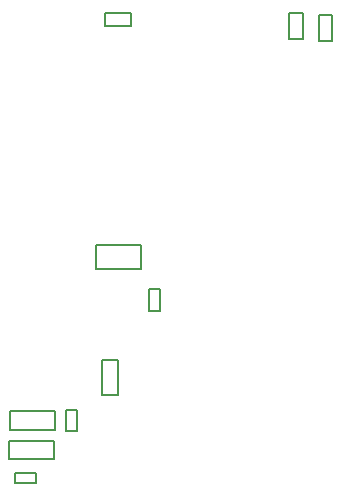
<source format=gbr>
%TF.GenerationSoftware,Altium Limited,Altium Designer,23.1.1 (15)*%
G04 Layer_Color=8388736*
%FSLAX45Y45*%
%MOMM*%
%TF.SameCoordinates,8C37DE4A-61E0-4A85-99FC-D0A1A2E6B02F*%
%TF.FilePolarity,Positive*%
%TF.FileFunction,Other,Top_Courtyard*%
%TF.Part,Single*%
G01*
G75*
%TA.AperFunction,NonConductor*%
%ADD140C,0.20000*%
D140*
X872569Y3986180D02*
X1093391D01*
X872569D02*
Y4101180D01*
X1093391D01*
Y3986180D02*
Y4101180D01*
X799353Y1931393D02*
Y2132607D01*
Y1931393D02*
X1180567D01*
Y2132607D01*
X799353D02*
X1180567D01*
X1248596Y1578173D02*
X1335844D01*
Y1759387D01*
X1248596D02*
X1335844D01*
X1248596Y1578173D02*
Y1759387D01*
X545656Y559633D02*
X632904D01*
Y740847D01*
X545656D02*
X632904D01*
X545656Y559633D02*
Y740847D01*
X107513Y118936D02*
Y206184D01*
Y118936D02*
X288727D01*
Y206184D01*
X107513D02*
X288727D01*
X2683160Y3863837D02*
X2798160D01*
Y4084659D01*
X2683160D02*
X2798160D01*
X2683160Y3863837D02*
Y4084659D01*
X2431700Y3875701D02*
X2546700D01*
Y4096523D01*
X2431700D02*
X2546700D01*
X2431700Y3875701D02*
Y4096523D01*
X443360Y318740D02*
Y473740D01*
X63360D02*
X443360D01*
X63360Y318740D02*
Y473740D01*
Y318740D02*
X443360D01*
X448440Y570200D02*
Y725200D01*
X68440D02*
X448440D01*
X68440Y570200D02*
Y725200D01*
Y570200D02*
X448440D01*
X845693Y865313D02*
X986907D01*
Y1156527D01*
X845693D02*
X986907D01*
X845693Y865313D02*
Y1156527D01*
%TF.MD5,7a4b37ab8271fa95b024d4a62953115b*%
M02*

</source>
